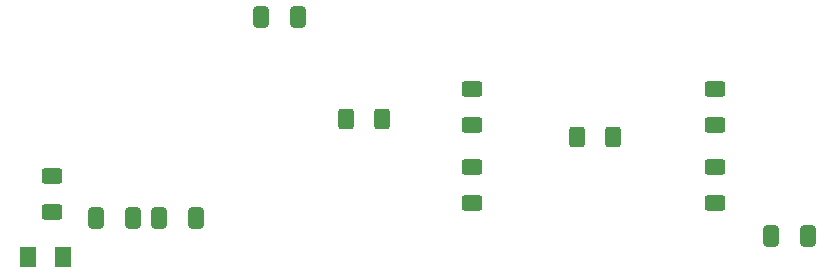
<source format=gbr>
%TF.GenerationSoftware,KiCad,Pcbnew,(6.0.4)*%
%TF.CreationDate,2022-06-03T19:19:18-06:00*%
%TF.ProjectId,Gas_Sensor_Module,4761735f-5365-46e7-936f-725f4d6f6475,rev?*%
%TF.SameCoordinates,Original*%
%TF.FileFunction,Paste,Top*%
%TF.FilePolarity,Positive*%
%FSLAX46Y46*%
G04 Gerber Fmt 4.6, Leading zero omitted, Abs format (unit mm)*
G04 Created by KiCad (PCBNEW (6.0.4)) date 2022-06-03 19:19:18*
%MOMM*%
%LPD*%
G01*
G04 APERTURE LIST*
G04 Aperture macros list*
%AMRoundRect*
0 Rectangle with rounded corners*
0 $1 Rounding radius*
0 $2 $3 $4 $5 $6 $7 $8 $9 X,Y pos of 4 corners*
0 Add a 4 corners polygon primitive as box body*
4,1,4,$2,$3,$4,$5,$6,$7,$8,$9,$2,$3,0*
0 Add four circle primitives for the rounded corners*
1,1,$1+$1,$2,$3*
1,1,$1+$1,$4,$5*
1,1,$1+$1,$6,$7*
1,1,$1+$1,$8,$9*
0 Add four rect primitives between the rounded corners*
20,1,$1+$1,$2,$3,$4,$5,0*
20,1,$1+$1,$4,$5,$6,$7,0*
20,1,$1+$1,$6,$7,$8,$9,0*
20,1,$1+$1,$8,$9,$2,$3,0*%
G04 Aperture macros list end*
%ADD10RoundRect,0.250000X0.412500X0.650000X-0.412500X0.650000X-0.412500X-0.650000X0.412500X-0.650000X0*%
%ADD11RoundRect,0.250000X-0.412500X-0.650000X0.412500X-0.650000X0.412500X0.650000X-0.412500X0.650000X0*%
%ADD12RoundRect,0.250000X-0.625000X0.400000X-0.625000X-0.400000X0.625000X-0.400000X0.625000X0.400000X0*%
%ADD13RoundRect,0.250001X0.462499X0.624999X-0.462499X0.624999X-0.462499X-0.624999X0.462499X-0.624999X0*%
%ADD14RoundRect,0.250000X0.400000X0.625000X-0.400000X0.625000X-0.400000X-0.625000X0.400000X-0.625000X0*%
%ADD15RoundRect,0.250000X0.625000X-0.400000X0.625000X0.400000X-0.625000X0.400000X-0.625000X-0.400000X0*%
G04 APERTURE END LIST*
D10*
%TO.C,C4*%
X222288500Y-66802000D03*
X219163500Y-66802000D03*
%TD*%
D11*
%TO.C,C3*%
X175983500Y-48260000D03*
X179108500Y-48260000D03*
%TD*%
D12*
%TO.C,R1*%
X158242000Y-61696000D03*
X158242000Y-64796000D03*
%TD*%
%TO.C,R6*%
X193802000Y-64034000D03*
X193802000Y-60934000D03*
%TD*%
D13*
%TO.C,D1*%
X159221500Y-68580000D03*
X156246500Y-68580000D03*
%TD*%
D14*
%TO.C,R7*%
X186208000Y-56896000D03*
X183108000Y-56896000D03*
%TD*%
D10*
%TO.C,C1*%
X165138500Y-65278000D03*
X162013500Y-65278000D03*
%TD*%
D14*
%TO.C,R4*%
X205766000Y-58420000D03*
X202666000Y-58420000D03*
%TD*%
D15*
%TO.C,R5*%
X193802000Y-54330000D03*
X193802000Y-57430000D03*
%TD*%
D11*
%TO.C,C2*%
X167347500Y-65278000D03*
X170472500Y-65278000D03*
%TD*%
D12*
%TO.C,R3*%
X214376000Y-60934000D03*
X214376000Y-64034000D03*
%TD*%
D15*
%TO.C,R2*%
X214376000Y-57430000D03*
X214376000Y-54330000D03*
%TD*%
M02*

</source>
